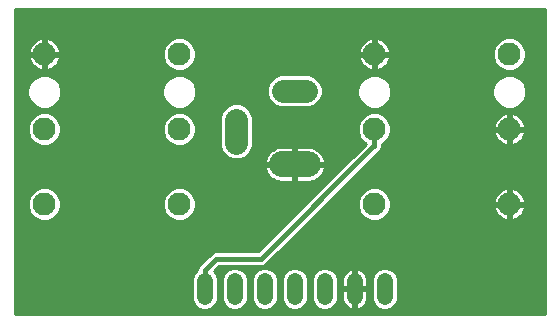
<source format=gbl>
G75*
%MOIN*%
%OFA0B0*%
%FSLAX25Y25*%
%IPPOS*%
%LPD*%
%AMOC8*
5,1,8,0,0,1.08239X$1,22.5*
%
%ADD10C,0.07600*%
%ADD11C,0.08600*%
%ADD12C,0.07677*%
%ADD13C,0.05400*%
%ADD14C,0.01000*%
%ADD15C,0.01600*%
D10*
X0083833Y0060200D02*
X0083833Y0067800D01*
X0099533Y0077500D02*
X0107133Y0077500D01*
D11*
X0107633Y0053000D02*
X0099033Y0053000D01*
D12*
X0129869Y0064768D03*
X0129869Y0089768D03*
X0174869Y0089768D03*
X0174869Y0064768D03*
X0174869Y0039768D03*
X0129869Y0039768D03*
X0064869Y0039768D03*
X0064869Y0064768D03*
X0064869Y0089768D03*
X0019869Y0089768D03*
X0019869Y0064768D03*
X0019869Y0039768D03*
D13*
X0073333Y0014200D02*
X0073333Y0008800D01*
X0083333Y0008800D02*
X0083333Y0014200D01*
X0093333Y0014200D02*
X0093333Y0008800D01*
X0103333Y0008800D02*
X0103333Y0014200D01*
X0113333Y0014200D02*
X0113333Y0008800D01*
X0123333Y0008800D02*
X0123333Y0014200D01*
X0133333Y0014200D02*
X0133333Y0008800D01*
D14*
X0010033Y0003200D02*
X0010033Y0104800D01*
X0186633Y0104800D01*
X0186633Y0003200D01*
X0010033Y0003200D01*
X0010033Y0003497D02*
X0186633Y0003497D01*
X0186633Y0004496D02*
X0134439Y0004496D01*
X0134209Y0004400D02*
X0135826Y0005070D01*
X0137063Y0006308D01*
X0137733Y0007925D01*
X0137733Y0015075D01*
X0137063Y0016692D01*
X0135826Y0017930D01*
X0134209Y0018600D01*
X0132458Y0018600D01*
X0130841Y0017930D01*
X0129603Y0016692D01*
X0128933Y0015075D01*
X0128933Y0007925D01*
X0129603Y0006308D01*
X0130841Y0005070D01*
X0132458Y0004400D01*
X0134209Y0004400D01*
X0132227Y0004496D02*
X0114439Y0004496D01*
X0114209Y0004400D02*
X0115826Y0005070D01*
X0117063Y0006308D01*
X0117733Y0007925D01*
X0117733Y0015075D01*
X0117063Y0016692D01*
X0115826Y0017930D01*
X0114209Y0018600D01*
X0112458Y0018600D01*
X0110841Y0017930D01*
X0109603Y0016692D01*
X0108933Y0015075D01*
X0108933Y0007925D01*
X0109603Y0006308D01*
X0110841Y0005070D01*
X0112458Y0004400D01*
X0114209Y0004400D01*
X0112227Y0004496D02*
X0104439Y0004496D01*
X0104209Y0004400D02*
X0105826Y0005070D01*
X0107063Y0006308D01*
X0107733Y0007925D01*
X0107733Y0015075D01*
X0107063Y0016692D01*
X0105826Y0017930D01*
X0104209Y0018600D01*
X0102458Y0018600D01*
X0100841Y0017930D01*
X0099603Y0016692D01*
X0098933Y0015075D01*
X0098933Y0007925D01*
X0099603Y0006308D01*
X0100841Y0005070D01*
X0102458Y0004400D01*
X0104209Y0004400D01*
X0102227Y0004496D02*
X0094439Y0004496D01*
X0094209Y0004400D02*
X0095826Y0005070D01*
X0097063Y0006308D01*
X0097733Y0007925D01*
X0097733Y0015075D01*
X0097063Y0016692D01*
X0095826Y0017930D01*
X0094209Y0018600D01*
X0092458Y0018600D01*
X0090841Y0017930D01*
X0089603Y0016692D01*
X0088933Y0015075D01*
X0088933Y0007925D01*
X0089603Y0006308D01*
X0090841Y0005070D01*
X0092458Y0004400D01*
X0094209Y0004400D01*
X0092227Y0004496D02*
X0084439Y0004496D01*
X0084209Y0004400D02*
X0085826Y0005070D01*
X0087063Y0006308D01*
X0087733Y0007925D01*
X0087733Y0015075D01*
X0087063Y0016692D01*
X0085826Y0017930D01*
X0084209Y0018600D01*
X0082458Y0018600D01*
X0080841Y0017930D01*
X0079603Y0016692D01*
X0078933Y0015075D01*
X0078933Y0007925D01*
X0079603Y0006308D01*
X0080841Y0005070D01*
X0082458Y0004400D01*
X0084209Y0004400D01*
X0082227Y0004496D02*
X0074439Y0004496D01*
X0074209Y0004400D02*
X0075826Y0005070D01*
X0077063Y0006308D01*
X0077733Y0007925D01*
X0077733Y0015075D01*
X0077063Y0016692D01*
X0076437Y0017318D01*
X0078119Y0019000D01*
X0092581Y0019000D01*
X0093499Y0019381D01*
X0131285Y0057166D01*
X0131988Y0057869D01*
X0132369Y0058788D01*
X0132369Y0059808D01*
X0133006Y0060072D01*
X0134564Y0061630D01*
X0135407Y0063666D01*
X0135407Y0065869D01*
X0134564Y0067905D01*
X0133006Y0069463D01*
X0130970Y0070306D01*
X0128767Y0070306D01*
X0126731Y0069463D01*
X0125173Y0067905D01*
X0124330Y0065869D01*
X0124330Y0063666D01*
X0125173Y0061630D01*
X0126731Y0060072D01*
X0127006Y0059958D01*
X0091048Y0024000D01*
X0076586Y0024000D01*
X0075667Y0023619D01*
X0074964Y0022916D01*
X0071917Y0019869D01*
X0071214Y0019166D01*
X0070833Y0018247D01*
X0070833Y0017923D01*
X0069603Y0016692D01*
X0068933Y0015075D01*
X0068933Y0007925D01*
X0069603Y0006308D01*
X0070841Y0005070D01*
X0072458Y0004400D01*
X0074209Y0004400D01*
X0072227Y0004496D02*
X0010033Y0004496D01*
X0010033Y0005494D02*
X0070417Y0005494D01*
X0069527Y0006493D02*
X0010033Y0006493D01*
X0010033Y0007491D02*
X0069113Y0007491D01*
X0068933Y0008490D02*
X0010033Y0008490D01*
X0010033Y0009488D02*
X0068933Y0009488D01*
X0068933Y0010487D02*
X0010033Y0010487D01*
X0010033Y0011485D02*
X0068933Y0011485D01*
X0068933Y0012484D02*
X0010033Y0012484D01*
X0010033Y0013482D02*
X0068933Y0013482D01*
X0068933Y0014481D02*
X0010033Y0014481D01*
X0010033Y0015479D02*
X0069101Y0015479D01*
X0069514Y0016478D02*
X0010033Y0016478D01*
X0010033Y0017476D02*
X0070387Y0017476D01*
X0070928Y0018475D02*
X0010033Y0018475D01*
X0010033Y0019473D02*
X0071521Y0019473D01*
X0072520Y0020472D02*
X0010033Y0020472D01*
X0010033Y0021470D02*
X0073518Y0021470D01*
X0074517Y0022469D02*
X0010033Y0022469D01*
X0010033Y0023467D02*
X0075515Y0023467D01*
X0077594Y0018475D02*
X0082156Y0018475D01*
X0080387Y0017476D02*
X0076595Y0017476D01*
X0077152Y0016478D02*
X0079514Y0016478D01*
X0079101Y0015479D02*
X0077566Y0015479D01*
X0077733Y0014481D02*
X0078933Y0014481D01*
X0078933Y0013482D02*
X0077733Y0013482D01*
X0077733Y0012484D02*
X0078933Y0012484D01*
X0078933Y0011485D02*
X0077733Y0011485D01*
X0077733Y0010487D02*
X0078933Y0010487D01*
X0078933Y0009488D02*
X0077733Y0009488D01*
X0077733Y0008490D02*
X0078933Y0008490D01*
X0079113Y0007491D02*
X0077554Y0007491D01*
X0077140Y0006493D02*
X0079527Y0006493D01*
X0080417Y0005494D02*
X0076250Y0005494D01*
X0086250Y0005494D02*
X0090417Y0005494D01*
X0089527Y0006493D02*
X0087140Y0006493D01*
X0087554Y0007491D02*
X0089113Y0007491D01*
X0088933Y0008490D02*
X0087733Y0008490D01*
X0087733Y0009488D02*
X0088933Y0009488D01*
X0088933Y0010487D02*
X0087733Y0010487D01*
X0087733Y0011485D02*
X0088933Y0011485D01*
X0088933Y0012484D02*
X0087733Y0012484D01*
X0087733Y0013482D02*
X0088933Y0013482D01*
X0088933Y0014481D02*
X0087733Y0014481D01*
X0087566Y0015479D02*
X0089101Y0015479D01*
X0089514Y0016478D02*
X0087152Y0016478D01*
X0086280Y0017476D02*
X0090387Y0017476D01*
X0092156Y0018475D02*
X0084511Y0018475D01*
X0091514Y0024466D02*
X0010033Y0024466D01*
X0010033Y0025464D02*
X0092512Y0025464D01*
X0093511Y0026463D02*
X0010033Y0026463D01*
X0010033Y0027461D02*
X0094509Y0027461D01*
X0095508Y0028460D02*
X0010033Y0028460D01*
X0010033Y0029458D02*
X0096506Y0029458D01*
X0097505Y0030457D02*
X0010033Y0030457D01*
X0010033Y0031455D02*
X0098503Y0031455D01*
X0099502Y0032454D02*
X0010033Y0032454D01*
X0010033Y0033452D02*
X0100500Y0033452D01*
X0101499Y0034451D02*
X0066506Y0034451D01*
X0065970Y0034229D02*
X0068006Y0035072D01*
X0069564Y0036630D01*
X0070407Y0038666D01*
X0070407Y0040869D01*
X0069564Y0042905D01*
X0068006Y0044463D01*
X0065970Y0045306D01*
X0063767Y0045306D01*
X0061731Y0044463D01*
X0060173Y0042905D01*
X0059330Y0040869D01*
X0059330Y0038666D01*
X0060173Y0036630D01*
X0061731Y0035072D01*
X0063767Y0034229D01*
X0065970Y0034229D01*
X0063232Y0034451D02*
X0021506Y0034451D01*
X0020970Y0034229D02*
X0023006Y0035072D01*
X0024564Y0036630D01*
X0025407Y0038666D01*
X0025407Y0040869D01*
X0024564Y0042905D01*
X0023006Y0044463D01*
X0020970Y0045306D01*
X0018767Y0045306D01*
X0016731Y0044463D01*
X0015173Y0042905D01*
X0014330Y0040869D01*
X0014330Y0038666D01*
X0015173Y0036630D01*
X0016731Y0035072D01*
X0018767Y0034229D01*
X0020970Y0034229D01*
X0023383Y0035449D02*
X0061354Y0035449D01*
X0060356Y0036448D02*
X0024382Y0036448D01*
X0024902Y0037446D02*
X0059835Y0037446D01*
X0059422Y0038445D02*
X0025316Y0038445D01*
X0025407Y0039443D02*
X0059330Y0039443D01*
X0059330Y0040442D02*
X0025407Y0040442D01*
X0025171Y0041440D02*
X0059567Y0041440D01*
X0059980Y0042439D02*
X0024757Y0042439D01*
X0024032Y0043437D02*
X0060706Y0043437D01*
X0061704Y0044436D02*
X0023033Y0044436D01*
X0016704Y0044436D02*
X0010033Y0044436D01*
X0010033Y0045434D02*
X0112482Y0045434D01*
X0111484Y0044436D02*
X0068033Y0044436D01*
X0069032Y0043437D02*
X0110485Y0043437D01*
X0109487Y0042439D02*
X0069757Y0042439D01*
X0070171Y0041440D02*
X0108488Y0041440D01*
X0107490Y0040442D02*
X0070407Y0040442D01*
X0070407Y0039443D02*
X0106491Y0039443D01*
X0105493Y0038445D02*
X0070316Y0038445D01*
X0069902Y0037446D02*
X0104494Y0037446D01*
X0103496Y0036448D02*
X0069382Y0036448D01*
X0068383Y0035449D02*
X0102497Y0035449D01*
X0105574Y0031455D02*
X0186633Y0031455D01*
X0186633Y0030457D02*
X0104576Y0030457D01*
X0103577Y0029458D02*
X0186633Y0029458D01*
X0186633Y0028460D02*
X0102579Y0028460D01*
X0101580Y0027461D02*
X0186633Y0027461D01*
X0186633Y0026463D02*
X0100582Y0026463D01*
X0099583Y0025464D02*
X0186633Y0025464D01*
X0186633Y0024466D02*
X0098585Y0024466D01*
X0097586Y0023467D02*
X0186633Y0023467D01*
X0186633Y0022469D02*
X0096588Y0022469D01*
X0095589Y0021470D02*
X0186633Y0021470D01*
X0186633Y0020472D02*
X0094591Y0020472D01*
X0093592Y0019473D02*
X0186633Y0019473D01*
X0186633Y0018475D02*
X0134511Y0018475D01*
X0136280Y0017476D02*
X0186633Y0017476D01*
X0186633Y0016478D02*
X0137152Y0016478D01*
X0137566Y0015479D02*
X0186633Y0015479D01*
X0186633Y0014481D02*
X0137733Y0014481D01*
X0137733Y0013482D02*
X0186633Y0013482D01*
X0186633Y0012484D02*
X0137733Y0012484D01*
X0137733Y0011485D02*
X0186633Y0011485D01*
X0186633Y0010487D02*
X0137733Y0010487D01*
X0137733Y0009488D02*
X0186633Y0009488D01*
X0186633Y0008490D02*
X0137733Y0008490D01*
X0137554Y0007491D02*
X0186633Y0007491D01*
X0186633Y0006493D02*
X0137140Y0006493D01*
X0136250Y0005494D02*
X0186633Y0005494D01*
X0186633Y0032454D02*
X0106573Y0032454D01*
X0107571Y0033452D02*
X0186633Y0033452D01*
X0186633Y0034451D02*
X0175426Y0034451D01*
X0175369Y0034451D02*
X0174369Y0034451D01*
X0174369Y0034442D02*
X0174369Y0039268D01*
X0175369Y0039268D01*
X0175369Y0040268D01*
X0174369Y0040268D01*
X0174369Y0045094D01*
X0173619Y0044975D01*
X0172819Y0044715D01*
X0172071Y0044334D01*
X0171391Y0043840D01*
X0170797Y0043246D01*
X0170303Y0042566D01*
X0169921Y0041817D01*
X0169662Y0041018D01*
X0169543Y0040268D01*
X0174369Y0040268D01*
X0174369Y0039268D01*
X0169543Y0039268D01*
X0169662Y0038518D01*
X0169921Y0037718D01*
X0170303Y0036970D01*
X0170797Y0036290D01*
X0171391Y0035696D01*
X0172071Y0035202D01*
X0172819Y0034820D01*
X0173619Y0034561D01*
X0174369Y0034442D01*
X0174311Y0034451D02*
X0131506Y0034451D01*
X0130970Y0034229D02*
X0133006Y0035072D01*
X0134564Y0036630D01*
X0135407Y0038666D01*
X0135407Y0040869D01*
X0134564Y0042905D01*
X0133006Y0044463D01*
X0130970Y0045306D01*
X0128767Y0045306D01*
X0126731Y0044463D01*
X0125173Y0042905D01*
X0124330Y0040869D01*
X0124330Y0038666D01*
X0125173Y0036630D01*
X0126731Y0035072D01*
X0128767Y0034229D01*
X0130970Y0034229D01*
X0128232Y0034451D02*
X0108570Y0034451D01*
X0109568Y0035449D02*
X0126354Y0035449D01*
X0125356Y0036448D02*
X0110567Y0036448D01*
X0111565Y0037446D02*
X0124835Y0037446D01*
X0124422Y0038445D02*
X0112564Y0038445D01*
X0113562Y0039443D02*
X0124330Y0039443D01*
X0124330Y0040442D02*
X0114561Y0040442D01*
X0115559Y0041440D02*
X0124567Y0041440D01*
X0124980Y0042439D02*
X0116558Y0042439D01*
X0117556Y0043437D02*
X0125706Y0043437D01*
X0126704Y0044436D02*
X0118555Y0044436D01*
X0119553Y0045434D02*
X0186633Y0045434D01*
X0186633Y0044436D02*
X0177466Y0044436D01*
X0177667Y0044334D02*
X0176918Y0044715D01*
X0176119Y0044975D01*
X0175369Y0045094D01*
X0175369Y0040268D01*
X0180195Y0040268D01*
X0180076Y0041018D01*
X0179816Y0041817D01*
X0179435Y0042566D01*
X0178941Y0043246D01*
X0178347Y0043840D01*
X0177667Y0044334D01*
X0178749Y0043437D02*
X0186633Y0043437D01*
X0186633Y0042439D02*
X0179499Y0042439D01*
X0179939Y0041440D02*
X0186633Y0041440D01*
X0186633Y0040442D02*
X0180167Y0040442D01*
X0180195Y0039268D02*
X0175369Y0039268D01*
X0175369Y0034442D01*
X0176119Y0034561D01*
X0176918Y0034820D01*
X0177667Y0035202D01*
X0178347Y0035696D01*
X0178941Y0036290D01*
X0179435Y0036970D01*
X0179816Y0037718D01*
X0180076Y0038518D01*
X0180195Y0039268D01*
X0180052Y0038445D02*
X0186633Y0038445D01*
X0186633Y0039443D02*
X0175369Y0039443D01*
X0175369Y0038445D02*
X0174369Y0038445D01*
X0174369Y0039443D02*
X0135407Y0039443D01*
X0135407Y0040442D02*
X0169570Y0040442D01*
X0169799Y0041440D02*
X0135171Y0041440D01*
X0134757Y0042439D02*
X0170238Y0042439D01*
X0170989Y0043437D02*
X0134032Y0043437D01*
X0133033Y0044436D02*
X0172272Y0044436D01*
X0174369Y0044436D02*
X0175369Y0044436D01*
X0175369Y0043437D02*
X0174369Y0043437D01*
X0174369Y0042439D02*
X0175369Y0042439D01*
X0175369Y0041440D02*
X0174369Y0041440D01*
X0174369Y0040442D02*
X0175369Y0040442D01*
X0175369Y0037446D02*
X0174369Y0037446D01*
X0174369Y0036448D02*
X0175369Y0036448D01*
X0175369Y0035449D02*
X0174369Y0035449D01*
X0171730Y0035449D02*
X0133383Y0035449D01*
X0134382Y0036448D02*
X0170682Y0036448D01*
X0170060Y0037446D02*
X0134902Y0037446D01*
X0135316Y0038445D02*
X0169685Y0038445D01*
X0178008Y0035449D02*
X0186633Y0035449D01*
X0186633Y0036448D02*
X0179056Y0036448D01*
X0179678Y0037446D02*
X0186633Y0037446D01*
X0186633Y0046433D02*
X0120552Y0046433D01*
X0121550Y0047432D02*
X0186633Y0047432D01*
X0186633Y0048430D02*
X0122549Y0048430D01*
X0123547Y0049429D02*
X0186633Y0049429D01*
X0186633Y0050427D02*
X0124546Y0050427D01*
X0125544Y0051426D02*
X0186633Y0051426D01*
X0186633Y0052424D02*
X0126543Y0052424D01*
X0127541Y0053423D02*
X0186633Y0053423D01*
X0186633Y0054421D02*
X0128540Y0054421D01*
X0129538Y0055420D02*
X0186633Y0055420D01*
X0186633Y0056418D02*
X0130537Y0056418D01*
X0131535Y0057417D02*
X0186633Y0057417D01*
X0186633Y0058415D02*
X0132214Y0058415D01*
X0132369Y0059414D02*
X0186633Y0059414D01*
X0186633Y0060412D02*
X0177956Y0060412D01*
X0177667Y0060202D02*
X0178347Y0060696D01*
X0178941Y0061290D01*
X0179435Y0061970D01*
X0179816Y0062718D01*
X0180076Y0063518D01*
X0180195Y0064268D01*
X0175369Y0064268D01*
X0175369Y0065268D01*
X0174369Y0065268D01*
X0174369Y0070094D01*
X0173619Y0069975D01*
X0172819Y0069715D01*
X0172071Y0069334D01*
X0171391Y0068840D01*
X0170797Y0068246D01*
X0170303Y0067566D01*
X0169921Y0066817D01*
X0169662Y0066018D01*
X0169543Y0065268D01*
X0174369Y0065268D01*
X0174369Y0064268D01*
X0175369Y0064268D01*
X0175369Y0059442D01*
X0176119Y0059561D01*
X0176918Y0059820D01*
X0177667Y0060202D01*
X0179029Y0061411D02*
X0186633Y0061411D01*
X0186633Y0062409D02*
X0179659Y0062409D01*
X0180040Y0063408D02*
X0186633Y0063408D01*
X0186633Y0064406D02*
X0175369Y0064406D01*
X0175369Y0065268D02*
X0180195Y0065268D01*
X0180076Y0066018D01*
X0179816Y0066817D01*
X0179435Y0067566D01*
X0178941Y0068246D01*
X0178347Y0068840D01*
X0177667Y0069334D01*
X0176918Y0069715D01*
X0176119Y0069975D01*
X0175369Y0070094D01*
X0175369Y0065268D01*
X0175369Y0065405D02*
X0174369Y0065405D01*
X0174369Y0066403D02*
X0175369Y0066403D01*
X0175369Y0067402D02*
X0174369Y0067402D01*
X0174369Y0068400D02*
X0175369Y0068400D01*
X0175369Y0069399D02*
X0174369Y0069399D01*
X0172198Y0069399D02*
X0133070Y0069399D01*
X0134069Y0068400D02*
X0170951Y0068400D01*
X0170219Y0067402D02*
X0134773Y0067402D01*
X0135186Y0066403D02*
X0169787Y0066403D01*
X0169565Y0065405D02*
X0135407Y0065405D01*
X0135407Y0064406D02*
X0174369Y0064406D01*
X0174369Y0064268D02*
X0169543Y0064268D01*
X0169662Y0063518D01*
X0169921Y0062718D01*
X0170303Y0061970D01*
X0170797Y0061290D01*
X0171391Y0060696D01*
X0172071Y0060202D01*
X0172819Y0059820D01*
X0173619Y0059561D01*
X0174369Y0059442D01*
X0174369Y0064268D01*
X0174369Y0063408D02*
X0175369Y0063408D01*
X0175369Y0062409D02*
X0174369Y0062409D01*
X0174369Y0061411D02*
X0175369Y0061411D01*
X0175369Y0060412D02*
X0174369Y0060412D01*
X0171781Y0060412D02*
X0133346Y0060412D01*
X0134344Y0061411D02*
X0170709Y0061411D01*
X0170079Y0062409D02*
X0134887Y0062409D01*
X0135300Y0063408D02*
X0169697Y0063408D01*
X0177539Y0069399D02*
X0186633Y0069399D01*
X0186633Y0070397D02*
X0088711Y0070397D01*
X0088496Y0070915D02*
X0086949Y0072463D01*
X0084927Y0073300D01*
X0082739Y0073300D01*
X0080718Y0072463D01*
X0079171Y0070915D01*
X0078333Y0068894D01*
X0078333Y0059106D01*
X0079171Y0057084D01*
X0080718Y0055537D01*
X0082739Y0054700D01*
X0084927Y0054700D01*
X0086949Y0055537D01*
X0088496Y0057084D01*
X0089333Y0059106D01*
X0089333Y0068894D01*
X0088496Y0070915D01*
X0088016Y0071396D02*
X0186633Y0071396D01*
X0186633Y0072394D02*
X0178066Y0072394D01*
X0178062Y0072390D02*
X0179648Y0073976D01*
X0180506Y0076048D01*
X0180506Y0078291D01*
X0179648Y0080362D01*
X0178062Y0081948D01*
X0175990Y0082806D01*
X0173747Y0082806D01*
X0171676Y0081948D01*
X0170090Y0080362D01*
X0169232Y0078291D01*
X0169232Y0076048D01*
X0170090Y0073976D01*
X0171676Y0072390D01*
X0173747Y0071532D01*
X0175990Y0071532D01*
X0178062Y0072390D01*
X0179064Y0073393D02*
X0186633Y0073393D01*
X0186633Y0074391D02*
X0179820Y0074391D01*
X0180233Y0075390D02*
X0186633Y0075390D01*
X0186633Y0076388D02*
X0180506Y0076388D01*
X0180506Y0077387D02*
X0186633Y0077387D01*
X0186633Y0078385D02*
X0180466Y0078385D01*
X0180053Y0079384D02*
X0186633Y0079384D01*
X0186633Y0080382D02*
X0179628Y0080382D01*
X0178629Y0081381D02*
X0186633Y0081381D01*
X0186633Y0082379D02*
X0177021Y0082379D01*
X0176326Y0084376D02*
X0186633Y0084376D01*
X0186633Y0083378D02*
X0010033Y0083378D01*
X0010033Y0084376D02*
X0063411Y0084376D01*
X0063767Y0084229D02*
X0065970Y0084229D01*
X0068006Y0085072D01*
X0069564Y0086630D01*
X0070407Y0088666D01*
X0070407Y0090869D01*
X0069564Y0092905D01*
X0068006Y0094463D01*
X0065970Y0095306D01*
X0063767Y0095306D01*
X0061731Y0094463D01*
X0060173Y0092905D01*
X0059330Y0090869D01*
X0059330Y0088666D01*
X0060173Y0086630D01*
X0061731Y0085072D01*
X0063767Y0084229D01*
X0063747Y0082806D02*
X0061676Y0081948D01*
X0060090Y0080362D01*
X0059232Y0078291D01*
X0059232Y0076048D01*
X0060090Y0073976D01*
X0061676Y0072390D01*
X0063747Y0071532D01*
X0065990Y0071532D01*
X0068062Y0072390D01*
X0069648Y0073976D01*
X0070506Y0076048D01*
X0070506Y0078291D01*
X0069648Y0080362D01*
X0068062Y0081948D01*
X0065990Y0082806D01*
X0063747Y0082806D01*
X0062717Y0082379D02*
X0022021Y0082379D01*
X0020990Y0082806D02*
X0018747Y0082806D01*
X0016676Y0081948D01*
X0015090Y0080362D01*
X0014232Y0078291D01*
X0014232Y0076048D01*
X0015090Y0073976D01*
X0016676Y0072390D01*
X0018747Y0071532D01*
X0020990Y0071532D01*
X0023062Y0072390D01*
X0024648Y0073976D01*
X0025506Y0076048D01*
X0025506Y0078291D01*
X0024648Y0080362D01*
X0023062Y0081948D01*
X0020990Y0082806D01*
X0020369Y0084442D02*
X0021119Y0084561D01*
X0021918Y0084820D01*
X0022667Y0085202D01*
X0023347Y0085696D01*
X0023941Y0086290D01*
X0024435Y0086970D01*
X0024816Y0087718D01*
X0025076Y0088518D01*
X0025195Y0089268D01*
X0020369Y0089268D01*
X0020369Y0090268D01*
X0019369Y0090268D01*
X0019369Y0095094D01*
X0018619Y0094975D01*
X0017819Y0094715D01*
X0017071Y0094334D01*
X0016391Y0093840D01*
X0015797Y0093246D01*
X0015303Y0092566D01*
X0014921Y0091817D01*
X0014662Y0091018D01*
X0014543Y0090268D01*
X0019369Y0090268D01*
X0019369Y0089268D01*
X0020369Y0089268D01*
X0020369Y0084442D01*
X0020369Y0085375D02*
X0019369Y0085375D01*
X0019369Y0084442D02*
X0019369Y0089268D01*
X0014543Y0089268D01*
X0014662Y0088518D01*
X0014921Y0087718D01*
X0015303Y0086970D01*
X0015797Y0086290D01*
X0016391Y0085696D01*
X0017071Y0085202D01*
X0017819Y0084820D01*
X0018619Y0084561D01*
X0019369Y0084442D01*
X0019369Y0086373D02*
X0020369Y0086373D01*
X0020369Y0087372D02*
X0019369Y0087372D01*
X0019369Y0088370D02*
X0020369Y0088370D01*
X0020369Y0089369D02*
X0059330Y0089369D01*
X0059330Y0090368D02*
X0025179Y0090368D01*
X0025195Y0090268D02*
X0025076Y0091018D01*
X0024816Y0091817D01*
X0024435Y0092566D01*
X0023941Y0093246D01*
X0023347Y0093840D01*
X0022667Y0094334D01*
X0021918Y0094715D01*
X0021119Y0094975D01*
X0020369Y0095094D01*
X0020369Y0090268D01*
X0025195Y0090268D01*
X0024963Y0091366D02*
X0059536Y0091366D01*
X0059949Y0092365D02*
X0024537Y0092365D01*
X0023823Y0093363D02*
X0060631Y0093363D01*
X0061630Y0094362D02*
X0022612Y0094362D01*
X0020369Y0094362D02*
X0019369Y0094362D01*
X0019369Y0093363D02*
X0020369Y0093363D01*
X0020369Y0092365D02*
X0019369Y0092365D01*
X0019369Y0091366D02*
X0020369Y0091366D01*
X0020369Y0090368D02*
X0019369Y0090368D01*
X0019369Y0089369D02*
X0010033Y0089369D01*
X0010033Y0088370D02*
X0014709Y0088370D01*
X0015098Y0087372D02*
X0010033Y0087372D01*
X0010033Y0086373D02*
X0015736Y0086373D01*
X0016832Y0085375D02*
X0010033Y0085375D01*
X0010033Y0082379D02*
X0017717Y0082379D01*
X0016108Y0081381D02*
X0010033Y0081381D01*
X0010033Y0080382D02*
X0015110Y0080382D01*
X0014685Y0079384D02*
X0010033Y0079384D01*
X0010033Y0078385D02*
X0014271Y0078385D01*
X0014232Y0077387D02*
X0010033Y0077387D01*
X0010033Y0076388D02*
X0014232Y0076388D01*
X0014504Y0075390D02*
X0010033Y0075390D01*
X0010033Y0074391D02*
X0014918Y0074391D01*
X0015673Y0073393D02*
X0010033Y0073393D01*
X0010033Y0072394D02*
X0016672Y0072394D01*
X0016731Y0069463D02*
X0018767Y0070306D01*
X0020970Y0070306D01*
X0023006Y0069463D01*
X0024564Y0067905D01*
X0025407Y0065869D01*
X0025407Y0063666D01*
X0024564Y0061630D01*
X0023006Y0060072D01*
X0020970Y0059229D01*
X0018767Y0059229D01*
X0016731Y0060072D01*
X0015173Y0061630D01*
X0014330Y0063666D01*
X0014330Y0065869D01*
X0015173Y0067905D01*
X0016731Y0069463D01*
X0016667Y0069399D02*
X0010033Y0069399D01*
X0010033Y0070397D02*
X0078956Y0070397D01*
X0078542Y0069399D02*
X0068070Y0069399D01*
X0068006Y0069463D02*
X0065970Y0070306D01*
X0063767Y0070306D01*
X0061731Y0069463D01*
X0060173Y0067905D01*
X0059330Y0065869D01*
X0059330Y0063666D01*
X0060173Y0061630D01*
X0061731Y0060072D01*
X0063767Y0059229D01*
X0065970Y0059229D01*
X0068006Y0060072D01*
X0069564Y0061630D01*
X0070407Y0063666D01*
X0070407Y0065869D01*
X0069564Y0067905D01*
X0068006Y0069463D01*
X0069069Y0068400D02*
X0078333Y0068400D01*
X0078333Y0067402D02*
X0069773Y0067402D01*
X0070186Y0066403D02*
X0078333Y0066403D01*
X0078333Y0065405D02*
X0070407Y0065405D01*
X0070407Y0064406D02*
X0078333Y0064406D01*
X0078333Y0063408D02*
X0070300Y0063408D01*
X0069887Y0062409D02*
X0078333Y0062409D01*
X0078333Y0061411D02*
X0069344Y0061411D01*
X0068346Y0060412D02*
X0078333Y0060412D01*
X0078333Y0059414D02*
X0066416Y0059414D01*
X0063322Y0059414D02*
X0021416Y0059414D01*
X0023346Y0060412D02*
X0061392Y0060412D01*
X0060393Y0061411D02*
X0024344Y0061411D01*
X0024887Y0062409D02*
X0059851Y0062409D01*
X0059437Y0063408D02*
X0025300Y0063408D01*
X0025407Y0064406D02*
X0059330Y0064406D01*
X0059330Y0065405D02*
X0025407Y0065405D01*
X0025186Y0066403D02*
X0059551Y0066403D01*
X0059965Y0067402D02*
X0024773Y0067402D01*
X0024069Y0068400D02*
X0060669Y0068400D01*
X0061667Y0069399D02*
X0023070Y0069399D01*
X0023066Y0072394D02*
X0061672Y0072394D01*
X0060673Y0073393D02*
X0024064Y0073393D01*
X0024820Y0074391D02*
X0059918Y0074391D01*
X0059504Y0075390D02*
X0025233Y0075390D01*
X0025506Y0076388D02*
X0059232Y0076388D01*
X0059232Y0077387D02*
X0025506Y0077387D01*
X0025466Y0078385D02*
X0059271Y0078385D01*
X0059685Y0079384D02*
X0025053Y0079384D01*
X0024628Y0080382D02*
X0060110Y0080382D01*
X0061108Y0081381D02*
X0023629Y0081381D01*
X0022905Y0085375D02*
X0061429Y0085375D01*
X0060430Y0086373D02*
X0024002Y0086373D01*
X0024640Y0087372D02*
X0059866Y0087372D01*
X0059453Y0088370D02*
X0025028Y0088370D01*
X0017125Y0094362D02*
X0010033Y0094362D01*
X0010033Y0095360D02*
X0186633Y0095360D01*
X0186633Y0094362D02*
X0178108Y0094362D01*
X0178006Y0094463D02*
X0175970Y0095306D01*
X0173767Y0095306D01*
X0171731Y0094463D01*
X0170173Y0092905D01*
X0169330Y0090869D01*
X0169330Y0088666D01*
X0170173Y0086630D01*
X0171731Y0085072D01*
X0173767Y0084229D01*
X0175970Y0084229D01*
X0178006Y0085072D01*
X0179564Y0086630D01*
X0180407Y0088666D01*
X0180407Y0090869D01*
X0179564Y0092905D01*
X0178006Y0094463D01*
X0179106Y0093363D02*
X0186633Y0093363D01*
X0186633Y0092365D02*
X0179788Y0092365D01*
X0180202Y0091366D02*
X0186633Y0091366D01*
X0186633Y0090368D02*
X0180407Y0090368D01*
X0180407Y0089369D02*
X0186633Y0089369D01*
X0186633Y0088370D02*
X0180285Y0088370D01*
X0179871Y0087372D02*
X0186633Y0087372D01*
X0186633Y0086373D02*
X0179307Y0086373D01*
X0178309Y0085375D02*
X0186633Y0085375D01*
X0173411Y0084376D02*
X0066326Y0084376D01*
X0068309Y0085375D02*
X0126832Y0085375D01*
X0127071Y0085202D02*
X0127819Y0084820D01*
X0128619Y0084561D01*
X0129369Y0084442D01*
X0129369Y0089268D01*
X0130369Y0089268D01*
X0130369Y0090268D01*
X0129369Y0090268D01*
X0129369Y0095094D01*
X0128619Y0094975D01*
X0127819Y0094715D01*
X0127071Y0094334D01*
X0126391Y0093840D01*
X0125797Y0093246D01*
X0125303Y0092566D01*
X0124921Y0091817D01*
X0124662Y0091018D01*
X0124543Y0090268D01*
X0129369Y0090268D01*
X0129369Y0089268D01*
X0124543Y0089268D01*
X0124662Y0088518D01*
X0124921Y0087718D01*
X0125303Y0086970D01*
X0125797Y0086290D01*
X0126391Y0085696D01*
X0127071Y0085202D01*
X0125736Y0086373D02*
X0069307Y0086373D01*
X0069871Y0087372D02*
X0125098Y0087372D01*
X0124709Y0088370D02*
X0070285Y0088370D01*
X0070407Y0089369D02*
X0129369Y0089369D01*
X0129369Y0088370D02*
X0130369Y0088370D01*
X0130369Y0089268D02*
X0130369Y0084442D01*
X0131119Y0084561D01*
X0131918Y0084820D01*
X0132667Y0085202D01*
X0133347Y0085696D01*
X0133941Y0086290D01*
X0134435Y0086970D01*
X0134816Y0087718D01*
X0135076Y0088518D01*
X0135195Y0089268D01*
X0130369Y0089268D01*
X0130369Y0089369D02*
X0169330Y0089369D01*
X0169330Y0090368D02*
X0135179Y0090368D01*
X0135195Y0090268D02*
X0135076Y0091018D01*
X0134816Y0091817D01*
X0134435Y0092566D01*
X0133941Y0093246D01*
X0133347Y0093840D01*
X0132667Y0094334D01*
X0131918Y0094715D01*
X0131119Y0094975D01*
X0130369Y0095094D01*
X0130369Y0090268D01*
X0135195Y0090268D01*
X0134963Y0091366D02*
X0169536Y0091366D01*
X0169949Y0092365D02*
X0134537Y0092365D01*
X0133823Y0093363D02*
X0170631Y0093363D01*
X0171630Y0094362D02*
X0132612Y0094362D01*
X0130369Y0094362D02*
X0129369Y0094362D01*
X0129369Y0093363D02*
X0130369Y0093363D01*
X0130369Y0092365D02*
X0129369Y0092365D01*
X0129369Y0091366D02*
X0130369Y0091366D01*
X0130369Y0090368D02*
X0129369Y0090368D01*
X0129369Y0087372D02*
X0130369Y0087372D01*
X0130369Y0086373D02*
X0129369Y0086373D01*
X0129369Y0085375D02*
X0130369Y0085375D01*
X0130990Y0082806D02*
X0128747Y0082806D01*
X0126676Y0081948D01*
X0125090Y0080362D01*
X0124232Y0078291D01*
X0124232Y0076048D01*
X0125090Y0073976D01*
X0126676Y0072390D01*
X0128747Y0071532D01*
X0130990Y0071532D01*
X0133062Y0072390D01*
X0134648Y0073976D01*
X0135506Y0076048D01*
X0135506Y0078291D01*
X0134648Y0080362D01*
X0133062Y0081948D01*
X0130990Y0082806D01*
X0132021Y0082379D02*
X0172717Y0082379D01*
X0171108Y0081381D02*
X0133629Y0081381D01*
X0134628Y0080382D02*
X0170110Y0080382D01*
X0169685Y0079384D02*
X0135053Y0079384D01*
X0135466Y0078385D02*
X0169271Y0078385D01*
X0169232Y0077387D02*
X0135506Y0077387D01*
X0135506Y0076388D02*
X0169232Y0076388D01*
X0169504Y0075390D02*
X0135233Y0075390D01*
X0134820Y0074391D02*
X0169918Y0074391D01*
X0170673Y0073393D02*
X0134064Y0073393D01*
X0133066Y0072394D02*
X0171672Y0072394D01*
X0178786Y0068400D02*
X0186633Y0068400D01*
X0186633Y0067402D02*
X0179518Y0067402D01*
X0179951Y0066403D02*
X0186633Y0066403D01*
X0186633Y0065405D02*
X0180173Y0065405D01*
X0171429Y0085375D02*
X0132905Y0085375D01*
X0134002Y0086373D02*
X0170430Y0086373D01*
X0169866Y0087372D02*
X0134640Y0087372D01*
X0135028Y0088370D02*
X0169453Y0088370D01*
X0186633Y0096359D02*
X0010033Y0096359D01*
X0010033Y0097357D02*
X0186633Y0097357D01*
X0186633Y0098356D02*
X0010033Y0098356D01*
X0010033Y0099354D02*
X0186633Y0099354D01*
X0186633Y0100353D02*
X0010033Y0100353D01*
X0010033Y0101351D02*
X0186633Y0101351D01*
X0186633Y0102350D02*
X0010033Y0102350D01*
X0010033Y0103348D02*
X0186633Y0103348D01*
X0186633Y0104347D02*
X0010033Y0104347D01*
X0010033Y0093363D02*
X0015914Y0093363D01*
X0015200Y0092365D02*
X0010033Y0092365D01*
X0010033Y0091366D02*
X0014775Y0091366D01*
X0014559Y0090368D02*
X0010033Y0090368D01*
X0010033Y0071396D02*
X0079651Y0071396D01*
X0080649Y0072394D02*
X0068066Y0072394D01*
X0069064Y0073393D02*
X0095862Y0073393D01*
X0096418Y0072837D02*
X0094871Y0074384D01*
X0094033Y0076406D01*
X0094033Y0078594D01*
X0094871Y0080615D01*
X0096418Y0082163D01*
X0098439Y0083000D01*
X0108227Y0083000D01*
X0110249Y0082163D01*
X0111796Y0080615D01*
X0112633Y0078594D01*
X0112633Y0076406D01*
X0111796Y0074384D01*
X0110249Y0072837D01*
X0108227Y0072000D01*
X0098439Y0072000D01*
X0096418Y0072837D01*
X0097487Y0072394D02*
X0087017Y0072394D01*
X0089124Y0069399D02*
X0126667Y0069399D01*
X0125669Y0068400D02*
X0089333Y0068400D01*
X0089333Y0067402D02*
X0124965Y0067402D01*
X0124551Y0066403D02*
X0089333Y0066403D01*
X0089333Y0065405D02*
X0124330Y0065405D01*
X0124330Y0064406D02*
X0089333Y0064406D01*
X0089333Y0063408D02*
X0124437Y0063408D01*
X0124851Y0062409D02*
X0089333Y0062409D01*
X0089333Y0061411D02*
X0125393Y0061411D01*
X0126392Y0060412D02*
X0089333Y0060412D01*
X0089333Y0059414D02*
X0126461Y0059414D01*
X0125463Y0058415D02*
X0109736Y0058415D01*
X0109860Y0058375D02*
X0108991Y0058657D01*
X0108090Y0058800D01*
X0103818Y0058800D01*
X0103818Y0053484D01*
X0113429Y0053484D01*
X0113291Y0054358D01*
X0113008Y0055226D01*
X0112594Y0056040D01*
X0112057Y0056778D01*
X0111412Y0057424D01*
X0110673Y0057961D01*
X0109860Y0058375D01*
X0111419Y0057417D02*
X0124464Y0057417D01*
X0123466Y0056418D02*
X0112319Y0056418D01*
X0112910Y0055420D02*
X0122467Y0055420D01*
X0121469Y0054421D02*
X0113270Y0054421D01*
X0113429Y0052516D02*
X0103818Y0052516D01*
X0103818Y0053484D01*
X0102849Y0053484D01*
X0102849Y0052516D01*
X0093238Y0052516D01*
X0093376Y0051642D01*
X0093658Y0050774D01*
X0094073Y0049960D01*
X0094609Y0049222D01*
X0095255Y0048576D01*
X0095993Y0048039D01*
X0096807Y0047625D01*
X0097675Y0047343D01*
X0098577Y0047200D01*
X0102849Y0047200D01*
X0102849Y0052516D01*
X0103818Y0052516D01*
X0103818Y0047200D01*
X0108090Y0047200D01*
X0108991Y0047343D01*
X0109860Y0047625D01*
X0110673Y0048039D01*
X0111412Y0048576D01*
X0112057Y0049222D01*
X0112594Y0049960D01*
X0113008Y0050774D01*
X0113291Y0051642D01*
X0113429Y0052516D01*
X0113414Y0052424D02*
X0119472Y0052424D01*
X0120470Y0053423D02*
X0103818Y0053423D01*
X0102849Y0053423D02*
X0010033Y0053423D01*
X0010033Y0054421D02*
X0093397Y0054421D01*
X0093376Y0054358D02*
X0093238Y0053484D01*
X0102849Y0053484D01*
X0102849Y0058800D01*
X0098577Y0058800D01*
X0097675Y0058657D01*
X0096807Y0058375D01*
X0095993Y0057961D01*
X0095255Y0057424D01*
X0094609Y0056778D01*
X0094073Y0056040D01*
X0093658Y0055226D01*
X0093376Y0054358D01*
X0093757Y0055420D02*
X0086665Y0055420D01*
X0087830Y0056418D02*
X0094348Y0056418D01*
X0095248Y0057417D02*
X0088634Y0057417D01*
X0089047Y0058415D02*
X0096930Y0058415D01*
X0102849Y0058415D02*
X0103818Y0058415D01*
X0103818Y0057417D02*
X0102849Y0057417D01*
X0102849Y0056418D02*
X0103818Y0056418D01*
X0103818Y0055420D02*
X0102849Y0055420D01*
X0102849Y0054421D02*
X0103818Y0054421D01*
X0103818Y0052424D02*
X0102849Y0052424D01*
X0102849Y0051426D02*
X0103818Y0051426D01*
X0103818Y0050427D02*
X0102849Y0050427D01*
X0102849Y0049429D02*
X0103818Y0049429D01*
X0103818Y0048430D02*
X0102849Y0048430D01*
X0102849Y0047432D02*
X0103818Y0047432D01*
X0109265Y0047432D02*
X0114479Y0047432D01*
X0115478Y0048430D02*
X0111211Y0048430D01*
X0112208Y0049429D02*
X0116476Y0049429D01*
X0117475Y0050427D02*
X0112832Y0050427D01*
X0113220Y0051426D02*
X0118473Y0051426D01*
X0113481Y0046433D02*
X0010033Y0046433D01*
X0010033Y0047432D02*
X0097402Y0047432D01*
X0095456Y0048430D02*
X0010033Y0048430D01*
X0010033Y0049429D02*
X0094459Y0049429D01*
X0093835Y0050427D02*
X0010033Y0050427D01*
X0010033Y0051426D02*
X0093446Y0051426D01*
X0093252Y0052424D02*
X0010033Y0052424D01*
X0010033Y0055420D02*
X0081002Y0055420D01*
X0079837Y0056418D02*
X0010033Y0056418D01*
X0010033Y0057417D02*
X0079033Y0057417D01*
X0078619Y0058415D02*
X0010033Y0058415D01*
X0010033Y0059414D02*
X0018322Y0059414D01*
X0016392Y0060412D02*
X0010033Y0060412D01*
X0010033Y0061411D02*
X0015393Y0061411D01*
X0014851Y0062409D02*
X0010033Y0062409D01*
X0010033Y0063408D02*
X0014437Y0063408D01*
X0014330Y0064406D02*
X0010033Y0064406D01*
X0010033Y0065405D02*
X0014330Y0065405D01*
X0014551Y0066403D02*
X0010033Y0066403D01*
X0010033Y0067402D02*
X0014965Y0067402D01*
X0015669Y0068400D02*
X0010033Y0068400D01*
X0010033Y0043437D02*
X0015706Y0043437D01*
X0014980Y0042439D02*
X0010033Y0042439D01*
X0010033Y0041440D02*
X0014567Y0041440D01*
X0014330Y0040442D02*
X0010033Y0040442D01*
X0010033Y0039443D02*
X0014330Y0039443D01*
X0014422Y0038445D02*
X0010033Y0038445D01*
X0010033Y0037446D02*
X0014835Y0037446D01*
X0015356Y0036448D02*
X0010033Y0036448D01*
X0010033Y0035449D02*
X0016354Y0035449D01*
X0018232Y0034451D02*
X0010033Y0034451D01*
X0069820Y0074391D02*
X0094868Y0074391D01*
X0094454Y0075390D02*
X0070233Y0075390D01*
X0070506Y0076388D02*
X0094041Y0076388D01*
X0094033Y0077387D02*
X0070506Y0077387D01*
X0070466Y0078385D02*
X0094033Y0078385D01*
X0094361Y0079384D02*
X0070053Y0079384D01*
X0069628Y0080382D02*
X0094774Y0080382D01*
X0095636Y0081381D02*
X0068629Y0081381D01*
X0067021Y0082379D02*
X0096941Y0082379D01*
X0109726Y0082379D02*
X0127717Y0082379D01*
X0126108Y0081381D02*
X0111031Y0081381D01*
X0111893Y0080382D02*
X0125110Y0080382D01*
X0124685Y0079384D02*
X0112306Y0079384D01*
X0112633Y0078385D02*
X0124271Y0078385D01*
X0124232Y0077387D02*
X0112633Y0077387D01*
X0112626Y0076388D02*
X0124232Y0076388D01*
X0124504Y0075390D02*
X0112212Y0075390D01*
X0111799Y0074391D02*
X0124918Y0074391D01*
X0125673Y0073393D02*
X0110804Y0073393D01*
X0109179Y0072394D02*
X0126672Y0072394D01*
X0129869Y0059285D02*
X0129583Y0059000D01*
X0124559Y0090368D02*
X0070407Y0090368D01*
X0070202Y0091366D02*
X0124775Y0091366D01*
X0125200Y0092365D02*
X0069788Y0092365D01*
X0069106Y0093363D02*
X0125914Y0093363D01*
X0127125Y0094362D02*
X0068108Y0094362D01*
X0094511Y0018475D02*
X0102156Y0018475D01*
X0100387Y0017476D02*
X0096280Y0017476D01*
X0097152Y0016478D02*
X0099514Y0016478D01*
X0099101Y0015479D02*
X0097566Y0015479D01*
X0097733Y0014481D02*
X0098933Y0014481D01*
X0098933Y0013482D02*
X0097733Y0013482D01*
X0097733Y0012484D02*
X0098933Y0012484D01*
X0098933Y0011485D02*
X0097733Y0011485D01*
X0097733Y0010487D02*
X0098933Y0010487D01*
X0098933Y0009488D02*
X0097733Y0009488D01*
X0097733Y0008490D02*
X0098933Y0008490D01*
X0099113Y0007491D02*
X0097554Y0007491D01*
X0097140Y0006493D02*
X0099527Y0006493D01*
X0100417Y0005494D02*
X0096250Y0005494D01*
X0106250Y0005494D02*
X0110417Y0005494D01*
X0109527Y0006493D02*
X0107140Y0006493D01*
X0107554Y0007491D02*
X0109113Y0007491D01*
X0108933Y0008490D02*
X0107733Y0008490D01*
X0107733Y0009488D02*
X0108933Y0009488D01*
X0108933Y0010487D02*
X0107733Y0010487D01*
X0107733Y0011485D02*
X0108933Y0011485D01*
X0108933Y0012484D02*
X0107733Y0012484D01*
X0107733Y0013482D02*
X0108933Y0013482D01*
X0108933Y0014481D02*
X0107733Y0014481D01*
X0107566Y0015479D02*
X0109101Y0015479D01*
X0109514Y0016478D02*
X0107152Y0016478D01*
X0106280Y0017476D02*
X0110387Y0017476D01*
X0112156Y0018475D02*
X0104511Y0018475D01*
X0114511Y0018475D02*
X0132156Y0018475D01*
X0130387Y0017476D02*
X0125970Y0017476D01*
X0126069Y0017404D02*
X0125535Y0017792D01*
X0124946Y0018092D01*
X0124317Y0018297D01*
X0123833Y0018373D01*
X0123833Y0012000D01*
X0122833Y0012000D01*
X0122833Y0011000D01*
X0119133Y0011000D01*
X0119133Y0008469D01*
X0119237Y0007816D01*
X0119441Y0007188D01*
X0119741Y0006599D01*
X0120130Y0006064D01*
X0120597Y0005596D01*
X0121132Y0005208D01*
X0121721Y0004908D01*
X0122350Y0004703D01*
X0122833Y0004627D01*
X0122833Y0011000D01*
X0123833Y0011000D01*
X0123833Y0004627D01*
X0124317Y0004703D01*
X0124946Y0004908D01*
X0125535Y0005208D01*
X0126069Y0005596D01*
X0126537Y0006064D01*
X0126925Y0006599D01*
X0127226Y0007188D01*
X0127430Y0007816D01*
X0127533Y0008469D01*
X0127533Y0011000D01*
X0123833Y0011000D01*
X0123833Y0012000D01*
X0127533Y0012000D01*
X0127533Y0014531D01*
X0127430Y0015184D01*
X0127226Y0015812D01*
X0126925Y0016401D01*
X0126537Y0016936D01*
X0126069Y0017404D01*
X0126870Y0016478D02*
X0129514Y0016478D01*
X0129101Y0015479D02*
X0127334Y0015479D01*
X0127533Y0014481D02*
X0128933Y0014481D01*
X0128933Y0013482D02*
X0127533Y0013482D01*
X0127533Y0012484D02*
X0128933Y0012484D01*
X0128933Y0011485D02*
X0123833Y0011485D01*
X0123833Y0010487D02*
X0122833Y0010487D01*
X0122833Y0011485D02*
X0117733Y0011485D01*
X0117733Y0010487D02*
X0119133Y0010487D01*
X0119133Y0009488D02*
X0117733Y0009488D01*
X0117733Y0008490D02*
X0119133Y0008490D01*
X0119342Y0007491D02*
X0117554Y0007491D01*
X0117140Y0006493D02*
X0119818Y0006493D01*
X0120738Y0005494D02*
X0116250Y0005494D01*
X0122833Y0005494D02*
X0123833Y0005494D01*
X0123833Y0006493D02*
X0122833Y0006493D01*
X0122833Y0007491D02*
X0123833Y0007491D01*
X0123833Y0008490D02*
X0122833Y0008490D01*
X0122833Y0009488D02*
X0123833Y0009488D01*
X0122833Y0012000D02*
X0119133Y0012000D01*
X0119133Y0014531D01*
X0119237Y0015184D01*
X0119441Y0015812D01*
X0119741Y0016401D01*
X0120130Y0016936D01*
X0120597Y0017404D01*
X0121132Y0017792D01*
X0121721Y0018092D01*
X0122350Y0018297D01*
X0122833Y0018373D01*
X0122833Y0012000D01*
X0122833Y0012484D02*
X0123833Y0012484D01*
X0123833Y0013482D02*
X0122833Y0013482D01*
X0122833Y0014481D02*
X0123833Y0014481D01*
X0123833Y0015479D02*
X0122833Y0015479D01*
X0122833Y0016478D02*
X0123833Y0016478D01*
X0123833Y0017476D02*
X0122833Y0017476D01*
X0120697Y0017476D02*
X0116280Y0017476D01*
X0117152Y0016478D02*
X0119797Y0016478D01*
X0119333Y0015479D02*
X0117566Y0015479D01*
X0117733Y0014481D02*
X0119133Y0014481D01*
X0119133Y0013482D02*
X0117733Y0013482D01*
X0117733Y0012484D02*
X0119133Y0012484D01*
X0126848Y0006493D02*
X0129527Y0006493D01*
X0129113Y0007491D02*
X0127324Y0007491D01*
X0127533Y0008490D02*
X0128933Y0008490D01*
X0128933Y0009488D02*
X0127533Y0009488D01*
X0127533Y0010487D02*
X0128933Y0010487D01*
X0130417Y0005494D02*
X0125929Y0005494D01*
D15*
X0092083Y0021500D02*
X0129583Y0059000D01*
X0129869Y0059285D02*
X0129869Y0064768D01*
X0092083Y0021500D02*
X0077083Y0021500D01*
X0073333Y0017750D01*
X0073333Y0011500D01*
M02*

</source>
